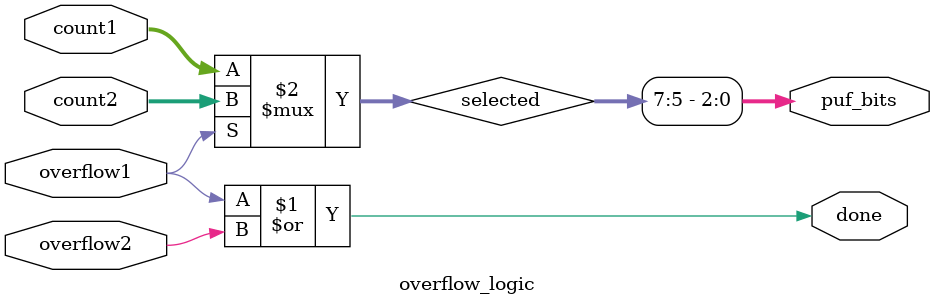
<source format=v>
`timescale 1ns / 1ps

module overflow_logic (
    input wire overflow1,
    input wire overflow2,
    input wire [15:0] count1,
    input wire [15:0] count2,
    output wire done,
    output wire [2:0] puf_bits
);
    assign done = overflow1 | overflow2;
    wire [15:0] selected = overflow1 ? count2 : count1;
    assign puf_bits = selected[7:5];
endmodule

</source>
